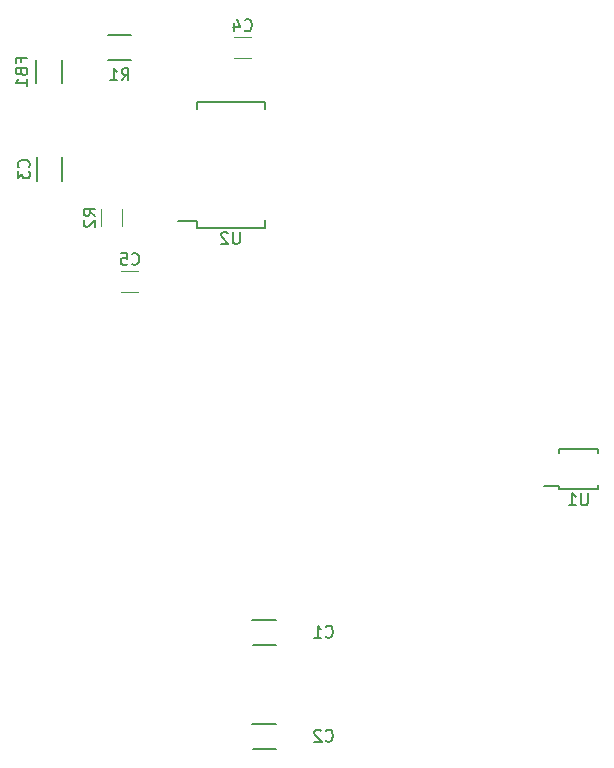
<source format=gbr>
%TF.GenerationSoftware,KiCad,Pcbnew,(6.0.4)*%
%TF.CreationDate,2023-07-24T13:42:22-04:00*%
%TF.ProjectId,BREAD_Slice,42524541-445f-4536-9c69-63652e6b6963,rev?*%
%TF.SameCoordinates,PX74eba40PY8552dc0*%
%TF.FileFunction,Legend,Bot*%
%TF.FilePolarity,Positive*%
%FSLAX46Y46*%
G04 Gerber Fmt 4.6, Leading zero omitted, Abs format (unit mm)*
G04 Created by KiCad (PCBNEW (6.0.4)) date 2023-07-24 13:42:22*
%MOMM*%
%LPD*%
G01*
G04 APERTURE LIST*
%ADD10C,0.150000*%
%ADD11C,0.120000*%
G04 APERTURE END LIST*
D10*
%TO.C,C2*%
X40166666Y31642858D02*
X40214285Y31595239D01*
X40357142Y31547620D01*
X40452380Y31547620D01*
X40595238Y31595239D01*
X40690476Y31690477D01*
X40738095Y31785715D01*
X40785714Y31976191D01*
X40785714Y32119048D01*
X40738095Y32309524D01*
X40690476Y32404762D01*
X40595238Y32500000D01*
X40452380Y32547620D01*
X40357142Y32547620D01*
X40214285Y32500000D01*
X40166666Y32452381D01*
X39785714Y32452381D02*
X39738095Y32500000D01*
X39642857Y32547620D01*
X39404761Y32547620D01*
X39309523Y32500000D01*
X39261904Y32452381D01*
X39214285Y32357143D01*
X39214285Y32261905D01*
X39261904Y32119048D01*
X39833333Y31547620D01*
X39214285Y31547620D01*
%TO.C,C1*%
X40166666Y40442858D02*
X40214285Y40395239D01*
X40357142Y40347620D01*
X40452380Y40347620D01*
X40595238Y40395239D01*
X40690476Y40490477D01*
X40738095Y40585715D01*
X40785714Y40776191D01*
X40785714Y40919048D01*
X40738095Y41109524D01*
X40690476Y41204762D01*
X40595238Y41300000D01*
X40452380Y41347620D01*
X40357142Y41347620D01*
X40214285Y41300000D01*
X40166666Y41252381D01*
X39214285Y40347620D02*
X39785714Y40347620D01*
X39500000Y40347620D02*
X39500000Y41347620D01*
X39595238Y41204762D01*
X39690476Y41109524D01*
X39785714Y41061905D01*
%TO.C,C3*%
X15021142Y80176667D02*
X15068761Y80224286D01*
X15116380Y80367143D01*
X15116380Y80462381D01*
X15068761Y80605239D01*
X14973523Y80700477D01*
X14878285Y80748096D01*
X14687809Y80795715D01*
X14544952Y80795715D01*
X14354476Y80748096D01*
X14259238Y80700477D01*
X14164000Y80605239D01*
X14116380Y80462381D01*
X14116380Y80367143D01*
X14164000Y80224286D01*
X14211619Y80176667D01*
X14116380Y79843334D02*
X14116380Y79224286D01*
X14497333Y79557620D01*
X14497333Y79414762D01*
X14544952Y79319524D01*
X14592571Y79271905D01*
X14687809Y79224286D01*
X14925904Y79224286D01*
X15021142Y79271905D01*
X15068761Y79319524D01*
X15116380Y79414762D01*
X15116380Y79700477D01*
X15068761Y79795715D01*
X15021142Y79843334D01*
%TO.C,C4*%
X33313666Y91789858D02*
X33361285Y91742239D01*
X33504142Y91694620D01*
X33599380Y91694620D01*
X33742238Y91742239D01*
X33837476Y91837477D01*
X33885095Y91932715D01*
X33932714Y92123191D01*
X33932714Y92266048D01*
X33885095Y92456524D01*
X33837476Y92551762D01*
X33742238Y92647000D01*
X33599380Y92694620D01*
X33504142Y92694620D01*
X33361285Y92647000D01*
X33313666Y92599381D01*
X32456523Y92361286D02*
X32456523Y91694620D01*
X32694619Y92742239D02*
X32932714Y92027953D01*
X32313666Y92027953D01*
%TO.C,FB1*%
X14392571Y89098334D02*
X14392571Y89431667D01*
X14916380Y89431667D02*
X13916380Y89431667D01*
X13916380Y88955477D01*
X14392571Y88241191D02*
X14440190Y88098334D01*
X14487809Y88050715D01*
X14583047Y88003096D01*
X14725904Y88003096D01*
X14821142Y88050715D01*
X14868761Y88098334D01*
X14916380Y88193572D01*
X14916380Y88574524D01*
X13916380Y88574524D01*
X13916380Y88241191D01*
X13964000Y88145953D01*
X14011619Y88098334D01*
X14106857Y88050715D01*
X14202095Y88050715D01*
X14297333Y88098334D01*
X14344952Y88145953D01*
X14392571Y88241191D01*
X14392571Y88574524D01*
X14916380Y87050715D02*
X14916380Y87622143D01*
X14916380Y87336429D02*
X13916380Y87336429D01*
X14059238Y87431667D01*
X14154476Y87526905D01*
X14202095Y87622143D01*
%TO.C,R1*%
X22899666Y87544620D02*
X23233000Y88020810D01*
X23471095Y87544620D02*
X23471095Y88544620D01*
X23090142Y88544620D01*
X22994904Y88497000D01*
X22947285Y88449381D01*
X22899666Y88354143D01*
X22899666Y88211286D01*
X22947285Y88116048D01*
X22994904Y88068429D01*
X23090142Y88020810D01*
X23471095Y88020810D01*
X21947285Y87544620D02*
X22518714Y87544620D01*
X22233000Y87544620D02*
X22233000Y88544620D01*
X22328238Y88401762D01*
X22423476Y88306524D01*
X22518714Y88258905D01*
%TO.C,U1*%
X62356904Y52557620D02*
X62356904Y51748096D01*
X62309285Y51652858D01*
X62261666Y51605239D01*
X62166428Y51557620D01*
X61975952Y51557620D01*
X61880714Y51605239D01*
X61833095Y51652858D01*
X61785476Y51748096D01*
X61785476Y52557620D01*
X60785476Y51557620D02*
X61356904Y51557620D01*
X61071190Y51557620D02*
X61071190Y52557620D01*
X61166428Y52414762D01*
X61261666Y52319524D01*
X61356904Y52271905D01*
%TO.C,U2*%
X32892904Y74688620D02*
X32892904Y73879096D01*
X32845285Y73783858D01*
X32797666Y73736239D01*
X32702428Y73688620D01*
X32511952Y73688620D01*
X32416714Y73736239D01*
X32369095Y73783858D01*
X32321476Y73879096D01*
X32321476Y74688620D01*
X31892904Y74593381D02*
X31845285Y74641000D01*
X31750047Y74688620D01*
X31511952Y74688620D01*
X31416714Y74641000D01*
X31369095Y74593381D01*
X31321476Y74498143D01*
X31321476Y74402905D01*
X31369095Y74260048D01*
X31940523Y73688620D01*
X31321476Y73688620D01*
%TO.C,C5*%
X23766666Y71992858D02*
X23814285Y71945239D01*
X23957142Y71897620D01*
X24052380Y71897620D01*
X24195238Y71945239D01*
X24290476Y72040477D01*
X24338095Y72135715D01*
X24385714Y72326191D01*
X24385714Y72469048D01*
X24338095Y72659524D01*
X24290476Y72754762D01*
X24195238Y72850000D01*
X24052380Y72897620D01*
X23957142Y72897620D01*
X23814285Y72850000D01*
X23766666Y72802381D01*
X22861904Y72897620D02*
X23338095Y72897620D01*
X23385714Y72421429D01*
X23338095Y72469048D01*
X23242857Y72516667D01*
X23004761Y72516667D01*
X22909523Y72469048D01*
X22861904Y72421429D01*
X22814285Y72326191D01*
X22814285Y72088096D01*
X22861904Y71992858D01*
X22909523Y71945239D01*
X23004761Y71897620D01*
X23242857Y71897620D01*
X23338095Y71945239D01*
X23385714Y71992858D01*
%TO.C,R2*%
X20682380Y76066667D02*
X20206190Y76400000D01*
X20682380Y76638096D02*
X19682380Y76638096D01*
X19682380Y76257143D01*
X19730000Y76161905D01*
X19777619Y76114286D01*
X19872857Y76066667D01*
X20015714Y76066667D01*
X20110952Y76114286D01*
X20158571Y76161905D01*
X20206190Y76257143D01*
X20206190Y76638096D01*
X19777619Y75685715D02*
X19730000Y75638096D01*
X19682380Y75542858D01*
X19682380Y75304762D01*
X19730000Y75209524D01*
X19777619Y75161905D01*
X19872857Y75114286D01*
X19968095Y75114286D01*
X20110952Y75161905D01*
X20682380Y75733334D01*
X20682380Y75114286D01*
%TO.C,C2*%
X35970000Y33070000D02*
X33960000Y33070000D01*
X36000000Y30930000D02*
X33990000Y30930000D01*
%TO.C,C1*%
X35970000Y41870000D02*
X33960000Y41870000D01*
X36000000Y39730000D02*
X33990000Y39730000D01*
%TO.C,C3*%
X15694000Y79010000D02*
X15694000Y81020000D01*
X17834000Y79040000D02*
X17834000Y81050000D01*
D11*
%TO.C,C4*%
X33858252Y89387000D02*
X32435748Y89387000D01*
X33858252Y91207000D02*
X32435748Y91207000D01*
D10*
%TO.C,FB1*%
X15689000Y89265000D02*
X15689000Y87265000D01*
X17839000Y87265000D02*
X17839000Y89265000D01*
%TO.C,R1*%
X23733000Y91372000D02*
X21733000Y91372000D01*
X21733000Y89222000D02*
X23733000Y89222000D01*
%TO.C,U1*%
X63270000Y52935000D02*
X63270000Y53235000D01*
X59920000Y52935000D02*
X59920000Y53160000D01*
X59920000Y53160000D02*
X58695000Y53160000D01*
X59920000Y52935000D02*
X63270000Y52935000D01*
X59920000Y56285000D02*
X63270000Y56285000D01*
X63270000Y56285000D02*
X63270000Y55985000D01*
X59920000Y56285000D02*
X59920000Y55985000D01*
%TO.C,U2*%
X29256000Y85716000D02*
X35006000Y85716000D01*
X35006000Y85716000D02*
X35006000Y85066000D01*
X29256000Y75066000D02*
X29256000Y75641000D01*
X35006000Y75066000D02*
X35006000Y75716000D01*
X29256000Y75641000D02*
X27656000Y75641000D01*
X29256000Y75066000D02*
X35006000Y75066000D01*
X29256000Y85716000D02*
X29256000Y85066000D01*
D11*
%TO.C,C5*%
X24311252Y71410000D02*
X22888748Y71410000D01*
X24311252Y69590000D02*
X22888748Y69590000D01*
%TO.C,R2*%
X21140000Y76627064D02*
X21140000Y75172936D01*
X22960000Y76627064D02*
X22960000Y75172936D01*
%TD*%
M02*

</source>
